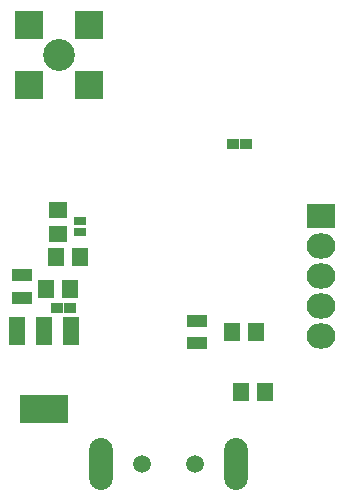
<source format=gbs>
G04 #@! TF.GenerationSoftware,KiCad,Pcbnew,(2017-05-16 revision e79f97860)-master*
G04 #@! TF.CreationDate,2017-05-17T23:36:55+07:00*
G04 #@! TF.ProjectId,dongle,646F6E676C652E6B696361645F706362,rev?*
G04 #@! TF.FileFunction,Soldermask,Bot*
G04 #@! TF.FilePolarity,Negative*
%FSLAX46Y46*%
G04 Gerber Fmt 4.6, Leading zero omitted, Abs format (unit mm)*
G04 Created by KiCad (PCBNEW (2017-05-16 revision e79f97860)-master) date Wed May 17 23:36:55 2017*
%MOMM*%
%LPD*%
G01*
G04 APERTURE LIST*
%ADD10C,0.100000*%
%ADD11C,1.500000*%
%ADD12O,2.000000X4.400000*%
%ADD13R,1.400000X1.650000*%
%ADD14R,1.000000X0.900000*%
%ADD15R,1.650000X1.400000*%
%ADD16R,1.700000X1.100000*%
%ADD17R,1.000000X0.800000*%
%ADD18R,2.432000X2.127200*%
%ADD19O,2.432000X2.127200*%
%ADD20R,2.400000X2.400000*%
%ADD21C,2.700000*%
%ADD22R,4.057600X2.432000*%
%ADD23R,1.416000X2.432000*%
G04 APERTURE END LIST*
D10*
D11*
X100250000Y-114300000D03*
X95750000Y-114300000D03*
D12*
X103700000Y-114300000D03*
X92300000Y-114300000D03*
D13*
X89600000Y-99500000D03*
X87600000Y-99500000D03*
D14*
X89600000Y-101100000D03*
X88500000Y-101100000D03*
D13*
X103375000Y-103100000D03*
X105375000Y-103100000D03*
X90450000Y-96775000D03*
X88450000Y-96775000D03*
X104125000Y-108200000D03*
X106125000Y-108200000D03*
D15*
X88650000Y-92825000D03*
X88650000Y-94825000D03*
D16*
X85600000Y-100200000D03*
X85600000Y-98300000D03*
D17*
X90500000Y-94650000D03*
X90500000Y-93750000D03*
D18*
X110900000Y-93270000D03*
D19*
X110900000Y-95810000D03*
X110900000Y-98350000D03*
X110900000Y-100890000D03*
X110900000Y-103430000D03*
D20*
X91240000Y-77170000D03*
X86160000Y-77170000D03*
X86160000Y-82250000D03*
X91240000Y-82250000D03*
D21*
X88700000Y-79710000D03*
D16*
X100400000Y-102150000D03*
X100400000Y-104050000D03*
D22*
X87400000Y-109602000D03*
D23*
X87400000Y-102998000D03*
X89686000Y-102998000D03*
X85114000Y-102998000D03*
D14*
X104550000Y-87200000D03*
X103450000Y-87200000D03*
M02*

</source>
